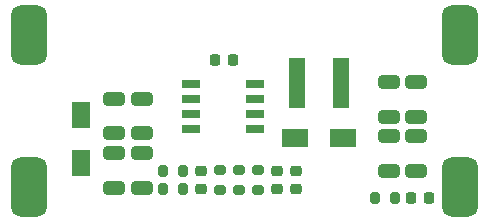
<source format=gbr>
%TF.GenerationSoftware,KiCad,Pcbnew,8.0.1*%
%TF.CreationDate,2024-10-05T18:53:12+08:00*%
%TF.ProjectId,TPS54331_EVA_Board,54505335-3433-4333-915f-4556415f426f,rev?*%
%TF.SameCoordinates,Original*%
%TF.FileFunction,Paste,Top*%
%TF.FilePolarity,Positive*%
%FSLAX46Y46*%
G04 Gerber Fmt 4.6, Leading zero omitted, Abs format (unit mm)*
G04 Created by KiCad (PCBNEW 8.0.1) date 2024-10-05 18:53:12*
%MOMM*%
%LPD*%
G01*
G04 APERTURE LIST*
G04 Aperture macros list*
%AMRoundRect*
0 Rectangle with rounded corners*
0 $1 Rounding radius*
0 $2 $3 $4 $5 $6 $7 $8 $9 X,Y pos of 4 corners*
0 Add a 4 corners polygon primitive as box body*
4,1,4,$2,$3,$4,$5,$6,$7,$8,$9,$2,$3,0*
0 Add four circle primitives for the rounded corners*
1,1,$1+$1,$2,$3*
1,1,$1+$1,$4,$5*
1,1,$1+$1,$6,$7*
1,1,$1+$1,$8,$9*
0 Add four rect primitives between the rounded corners*
20,1,$1+$1,$2,$3,$4,$5,0*
20,1,$1+$1,$4,$5,$6,$7,0*
20,1,$1+$1,$6,$7,$8,$9,0*
20,1,$1+$1,$8,$9,$2,$3,0*%
G04 Aperture macros list end*
%ADD10RoundRect,0.225000X-0.250000X0.225000X-0.250000X-0.225000X0.250000X-0.225000X0.250000X0.225000X0*%
%ADD11R,1.550000X2.200000*%
%ADD12R,1.400000X4.200000*%
%ADD13RoundRect,0.250000X-0.650000X0.325000X-0.650000X-0.325000X0.650000X-0.325000X0.650000X0.325000X0*%
%ADD14RoundRect,0.225000X0.250000X-0.225000X0.250000X0.225000X-0.250000X0.225000X-0.250000X-0.225000X0*%
%ADD15R,2.200000X1.550000*%
%ADD16RoundRect,0.250000X0.650000X-0.325000X0.650000X0.325000X-0.650000X0.325000X-0.650000X-0.325000X0*%
%ADD17RoundRect,0.225000X-0.225000X-0.250000X0.225000X-0.250000X0.225000X0.250000X-0.225000X0.250000X0*%
%ADD18RoundRect,0.750000X-0.750000X-1.750000X0.750000X-1.750000X0.750000X1.750000X-0.750000X1.750000X0*%
%ADD19R,1.525000X0.650000*%
%ADD20RoundRect,0.200000X-0.200000X-0.275000X0.200000X-0.275000X0.200000X0.275000X-0.200000X0.275000X0*%
%ADD21RoundRect,0.200000X0.275000X-0.200000X0.275000X0.200000X-0.275000X0.200000X-0.275000X-0.200000X0*%
%ADD22RoundRect,0.218750X0.218750X0.256250X-0.218750X0.256250X-0.218750X-0.256250X0.218750X-0.256250X0*%
%ADD23RoundRect,0.200000X-0.275000X0.200000X-0.275000X-0.200000X0.275000X-0.200000X0.275000X0.200000X0*%
G04 APERTURE END LIST*
D10*
%TO.C,C1*%
X114050000Y-84500000D03*
X114050000Y-86050000D03*
%TD*%
D11*
%TO.C,D1*%
X97500000Y-83850000D03*
X97500000Y-79750000D03*
%TD*%
D12*
%TO.C,L2*%
X115750000Y-77050000D03*
X119450000Y-77050000D03*
%TD*%
D13*
%TO.C,C12*%
X102600000Y-83000000D03*
X102600000Y-85950000D03*
%TD*%
D10*
%TO.C,C2*%
X115650000Y-84500000D03*
X115650000Y-86050000D03*
%TD*%
D14*
%TO.C,C11*%
X107650000Y-86050000D03*
X107650000Y-84500000D03*
%TD*%
D15*
%TO.C,D3*%
X115550000Y-81750000D03*
X119650000Y-81750000D03*
%TD*%
D13*
%TO.C,C14*%
X100300000Y-83000000D03*
X100300000Y-85950000D03*
%TD*%
D16*
%TO.C,C3*%
X102600000Y-81355000D03*
X102600000Y-78405000D03*
%TD*%
D17*
%TO.C,C10*%
X108775000Y-75100000D03*
X110325000Y-75100000D03*
%TD*%
D16*
%TO.C,C13*%
X100300000Y-81355000D03*
X100300000Y-78405000D03*
%TD*%
D18*
%TO.C,J1*%
X93100000Y-73000000D03*
X93100000Y-85900000D03*
%TD*%
D13*
%TO.C,C17*%
X125850000Y-81600000D03*
X125850000Y-84550000D03*
%TD*%
D19*
%TO.C,IC2*%
X106788000Y-77145000D03*
X106788000Y-78415000D03*
X106788000Y-79685000D03*
X106788000Y-80955000D03*
X112212000Y-80955000D03*
X112212000Y-79685000D03*
X112212000Y-78415000D03*
X112212000Y-77145000D03*
%TD*%
D20*
%TO.C,R6*%
X122387500Y-86850000D03*
X124037500Y-86850000D03*
%TD*%
%TO.C,R3*%
X104425000Y-84530000D03*
X106075000Y-84530000D03*
%TD*%
D16*
%TO.C,C16*%
X123550000Y-79950000D03*
X123550000Y-77000000D03*
%TD*%
D21*
%TO.C,R5*%
X112450000Y-86100000D03*
X112450000Y-84450000D03*
%TD*%
D16*
%TO.C,C18*%
X125850000Y-79950000D03*
X125850000Y-77000000D03*
%TD*%
D20*
%TO.C,R4*%
X104425000Y-86030000D03*
X106075000Y-86030000D03*
%TD*%
D18*
%TO.C,J2*%
X129600000Y-73000000D03*
X129600000Y-85900000D03*
%TD*%
D13*
%TO.C,C15*%
X123550000Y-81600000D03*
X123550000Y-84550000D03*
%TD*%
D21*
%TO.C,R1*%
X109250000Y-86100000D03*
X109250000Y-84450000D03*
%TD*%
D22*
%TO.C,D2*%
X126975000Y-86850000D03*
X125400000Y-86850000D03*
%TD*%
D23*
%TO.C,R2*%
X110850000Y-84450000D03*
X110850000Y-86100000D03*
%TD*%
M02*

</source>
